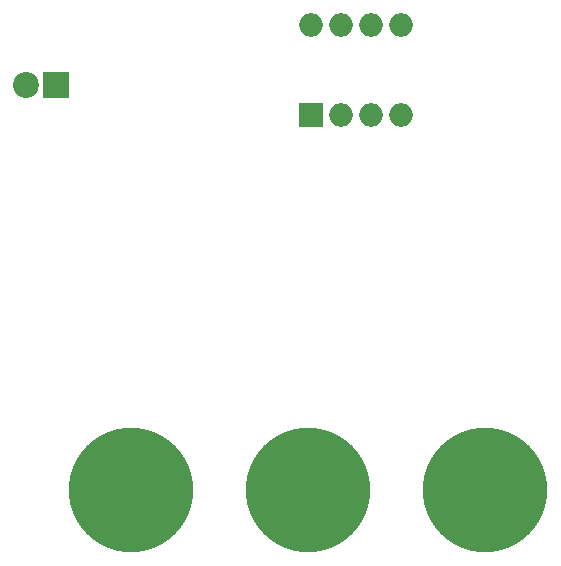
<source format=gbr>
G04 #@! TF.FileFunction,Soldermask,Bot*
%FSLAX46Y46*%
G04 Gerber Fmt 4.6, Leading zero omitted, Abs format (unit mm)*
G04 Created by KiCad (PCBNEW 4.0.7) date 05/06/18 20:10:14*
%MOMM*%
%LPD*%
G01*
G04 APERTURE LIST*
%ADD10C,0.100000*%
%ADD11R,2.200000X2.200000*%
%ADD12C,2.200000*%
%ADD13C,10.560000*%
%ADD14R,2.000000X2.000000*%
%ADD15O,2.000000X2.000000*%
G04 APERTURE END LIST*
D10*
D11*
X153670000Y-101600000D03*
D12*
X151130000Y-101600000D03*
D13*
X160020000Y-135890000D03*
X189990000Y-135890000D03*
X175010000Y-135890000D03*
D14*
X175260000Y-104140000D03*
D15*
X182880000Y-96520000D03*
X177800000Y-104140000D03*
X180340000Y-96520000D03*
X180340000Y-104140000D03*
X177800000Y-96520000D03*
X182880000Y-104140000D03*
X175260000Y-96520000D03*
M02*

</source>
